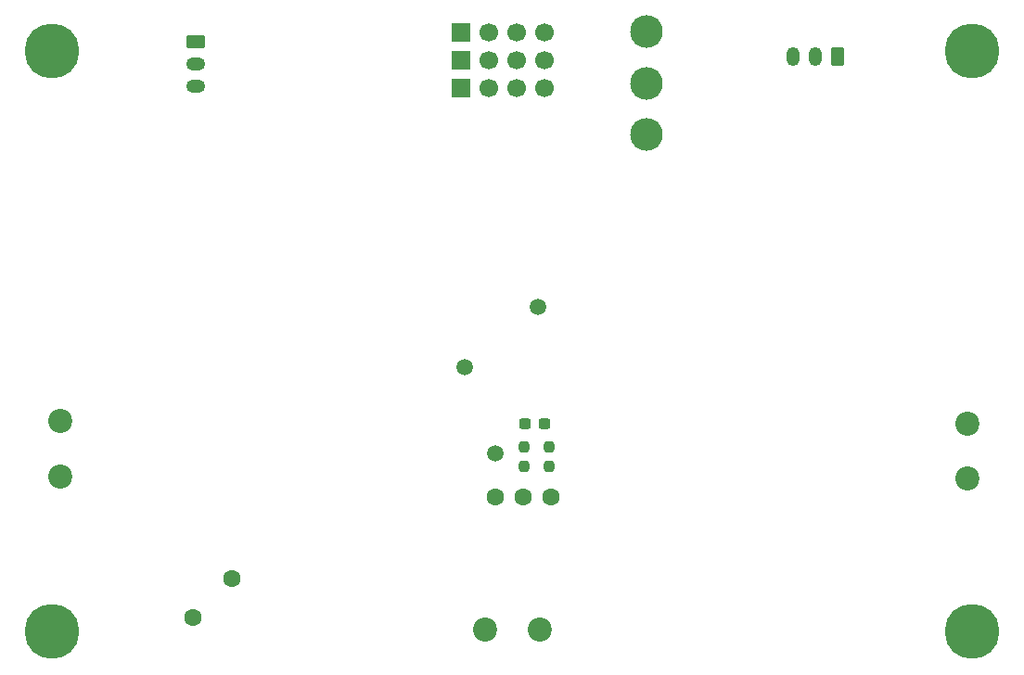
<source format=gbs>
G04 #@! TF.GenerationSoftware,KiCad,Pcbnew,9.0.2-9.0.2-0~ubuntu24.04.1*
G04 #@! TF.CreationDate,2025-06-18T18:54:06+02:00*
G04 #@! TF.ProjectId,DRV8701_2Motors,44525638-3730-4315-9f32-4d6f746f7273,rev?*
G04 #@! TF.SameCoordinates,Original*
G04 #@! TF.FileFunction,Soldermask,Bot*
G04 #@! TF.FilePolarity,Negative*
%FSLAX46Y46*%
G04 Gerber Fmt 4.6, Leading zero omitted, Abs format (unit mm)*
G04 Created by KiCad (PCBNEW 9.0.2-9.0.2-0~ubuntu24.04.1) date 2025-06-18 18:54:06*
%MOMM*%
%LPD*%
G01*
G04 APERTURE LIST*
G04 Aperture macros list*
%AMRoundRect*
0 Rectangle with rounded corners*
0 $1 Rounding radius*
0 $2 $3 $4 $5 $6 $7 $8 $9 X,Y pos of 4 corners*
0 Add a 4 corners polygon primitive as box body*
4,1,4,$2,$3,$4,$5,$6,$7,$8,$9,$2,$3,0*
0 Add four circle primitives for the rounded corners*
1,1,$1+$1,$2,$3*
1,1,$1+$1,$4,$5*
1,1,$1+$1,$6,$7*
1,1,$1+$1,$8,$9*
0 Add four rect primitives between the rounded corners*
20,1,$1+$1,$2,$3,$4,$5,0*
20,1,$1+$1,$4,$5,$6,$7,0*
20,1,$1+$1,$6,$7,$8,$9,0*
20,1,$1+$1,$8,$9,$2,$3,0*%
G04 Aperture macros list end*
%ADD10RoundRect,0.250000X-0.625000X0.350000X-0.625000X-0.350000X0.625000X-0.350000X0.625000X0.350000X0*%
%ADD11O,1.750000X1.200000*%
%ADD12R,1.700000X1.700000*%
%ADD13C,1.700000*%
%ADD14C,5.000000*%
%ADD15C,1.600000*%
%ADD16RoundRect,0.250000X0.350000X0.625000X-0.350000X0.625000X-0.350000X-0.625000X0.350000X-0.625000X0*%
%ADD17O,1.200000X1.750000*%
%ADD18C,2.200000*%
%ADD19C,2.979000*%
%ADD20C,1.500000*%
%ADD21RoundRect,0.237500X0.237500X-0.250000X0.237500X0.250000X-0.237500X0.250000X-0.237500X-0.250000X0*%
%ADD22RoundRect,0.237500X-0.237500X0.250000X-0.237500X-0.250000X0.237500X-0.250000X0.237500X0.250000X0*%
%ADD23RoundRect,0.237500X0.300000X0.237500X-0.300000X0.237500X-0.300000X-0.237500X0.300000X-0.237500X0*%
G04 APERTURE END LIST*
D10*
X115120000Y-69170000D03*
D11*
X115120000Y-71170000D03*
X115120000Y-73170000D03*
D12*
X139390000Y-73340000D03*
D13*
X141930000Y-73340000D03*
X144470000Y-73340000D03*
X147010000Y-73340000D03*
D14*
X186000000Y-70000000D03*
D15*
X118407767Y-118142233D03*
X114872233Y-121677767D03*
D14*
X102000000Y-70000000D03*
D16*
X173700000Y-70525000D03*
D17*
X171700000Y-70525000D03*
X169700000Y-70525000D03*
D18*
X102800000Y-103810000D03*
X102800000Y-108810000D03*
D14*
X186000000Y-123000000D03*
D12*
X139390000Y-68260000D03*
D13*
X141930000Y-68260000D03*
X144470000Y-68260000D03*
X147010000Y-68260000D03*
D14*
X102000000Y-123000000D03*
D19*
X156250000Y-68250000D03*
X156250000Y-72950000D03*
X156250000Y-77650000D03*
D18*
X141545000Y-122800000D03*
X146545000Y-122800000D03*
X185600000Y-104030000D03*
X185600000Y-109030000D03*
D12*
X139390000Y-70800000D03*
D13*
X141930000Y-70800000D03*
X144470000Y-70800000D03*
X147010000Y-70800000D03*
D15*
X147540000Y-110750000D03*
X145000000Y-110750000D03*
X142460000Y-110750000D03*
D20*
X142490000Y-106740000D03*
D21*
X147400000Y-107932500D03*
X147400000Y-106107500D03*
D20*
X146350000Y-93390000D03*
D22*
X145140000Y-106107500D03*
X145140000Y-107932500D03*
D20*
X139660000Y-98860000D03*
D23*
X146962500Y-104010000D03*
X145237500Y-104010000D03*
M02*

</source>
